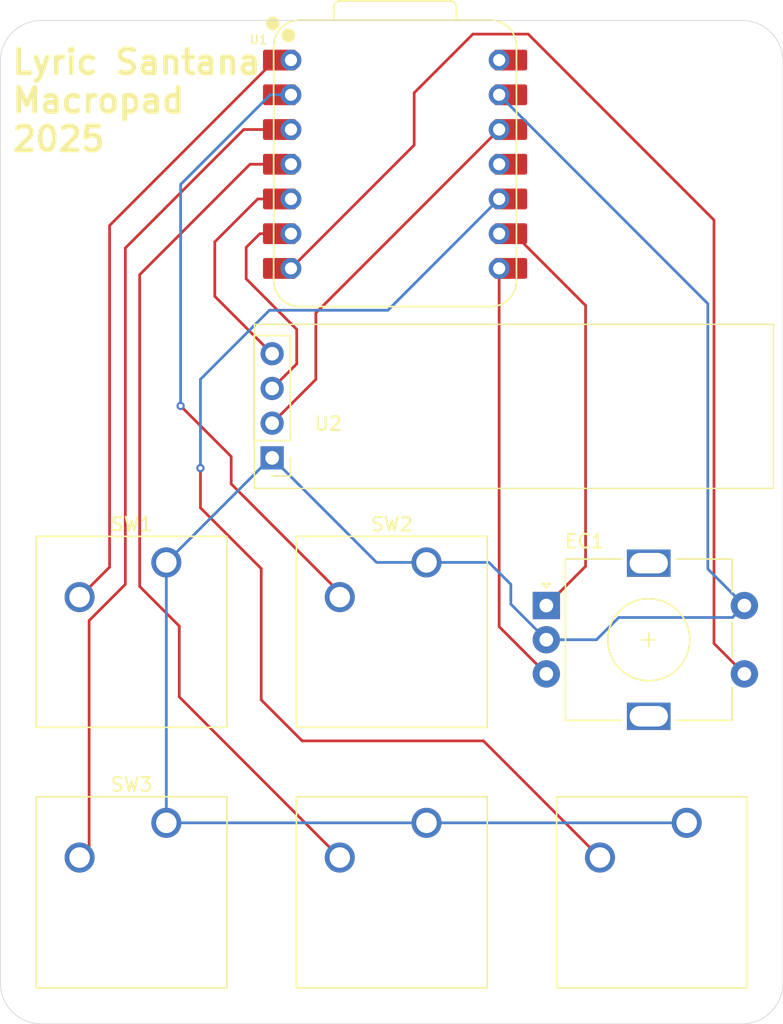
<source format=kicad_pcb>
(kicad_pcb (version 20241229) (generator "pcbnew") (generator_version "9.0")
  (layers (0 "F.Cu" signal) (2 "B.Cu" signal) (13 "F.Paste" user) (15 "B.Paste" user) (5 "F.SilkS" user "F.Silkscreen") (7 "B.SilkS" user "B.Silkscreen") (1 "F.Mask" user) (3 "B.Mask" user) (25 "Edge.Cuts" user))
  (net 0 "")
  (net 1 "GND")
  (net 2 "Net-(U1-GPIO2{slash}SCK)")
  (net 3 "Net-(U1-GPIO1{slash}RX)")
  (net 4 "Net-(U1-GPIO0{slash}TX)")
  (net 5 "+3.3V")
  (net 6 "Net-(U1-GPIO6{slash}SDA)")
  (net 7 "+5V")
  (net 8 "Net-(U1-GPIO7{slash}SCL)")
  (net 10 "Net-(U1-GPIO26{slash}ADC0{slash}A0)")
  (net 11 "Net-(U1-GPIO27{slash}ADC1{slash}A1)")
  (net 12 "Net-(U1-GPIO28{slash}ADC2{slash}A2)")
  (net 13 "Net-(U1-GPIO29{slash}ADC3{slash}A3)")
  (net 14 "Net-(U1-GPIO4{slash}MISO)")
  (footprint "Button_Switch_Keyboard:SW_Cherry_MX_1.00u_PCB" (layer "F.Cu") (at 216.8525 99.695)
    (property "Reference" "SW5" (hide yes))
    (property "Value" "SW_Push")
    (fp_line (start -9.525 -1.905) (end 4.445 -1.905) (stroke (width 0.12)) (layer "F.SilkS"))
    (fp_line (start -9.525 12.065) (end -9.525 -1.905) (stroke (width 0.12)) (layer "F.SilkS"))
    (fp_line (start 4.445 -1.905) (end 4.445 12.065) (stroke (width 0.12)) (layer "F.SilkS"))
    (fp_line (start 4.445 12.065) (end -9.525 12.065) (stroke (width 0.12)) (layer "F.SilkS"))
    (pad "" np_thru_hole circle (at -7.62 5.08) (size 1.7 1.7) (drill 1.7) (layers "*.Cu" "*.Mask"))
    (pad "" np_thru_hole circle (at -2.54 5.08) (size 4 4) (drill 4) (layers "*.Cu" "*.Mask"))
    (pad "" np_thru_hole circle (at 2.54 5.08) (size 1.7 1.7) (drill 1.7) (layers "*.Cu" "*.Mask"))
    (pad "1" thru_hole circle (at 0 0) (size 2.2 2.2) (drill 1.5) (layers "*.Cu" "*.Mask") (net 1 "GND"))
    (pad "2" thru_hole circle (at -6.35 2.54) (size 2.2 2.2) (drill 1.5) (layers "*.Cu" "*.Mask") (net 14 "Net-(U1-GPIO4{slash}MISO)"))
  )
  (footprint "Button_Switch_Keyboard:SW_Cherry_MX_1.00u_PCB" (layer "F.Cu") (at 197.8025 99.695)
    (property "Reference" "SW4" (hide yes))
    (property "Value" "SW_Push")
    (fp_line (start -9.525 -1.905) (end 4.445 -1.905) (stroke (width 0.12)) (layer "F.SilkS"))
    (fp_line (start -9.525 12.065) (end -9.525 -1.905) (stroke (width 0.12)) (layer "F.SilkS"))
    (fp_line (start 4.445 -1.905) (end 4.445 12.065) (stroke (width 0.12)) (layer "F.SilkS"))
    (fp_line (start 4.445 12.065) (end -9.525 12.065) (stroke (width 0.12)) (layer "F.SilkS"))
    (pad "" np_thru_hole circle (at -7.62 5.08) (size 1.7 1.7) (drill 1.7) (layers "*.Cu" "*.Mask"))
    (pad "" np_thru_hole circle (at -2.54 5.08) (size 4 4) (drill 4) (layers "*.Cu" "*.Mask"))
    (pad "" np_thru_hole circle (at 2.54 5.08) (size 1.7 1.7) (drill 1.7) (layers "*.Cu" "*.Mask"))
    (pad "1" thru_hole circle (at 0 0) (size 2.2 2.2) (drill 1.5) (layers "*.Cu" "*.Mask") (net 1 "GND"))
    (pad "2" thru_hole circle (at -6.35 2.54) (size 2.2 2.2) (drill 1.5) (layers "*.Cu" "*.Mask") (net 13 "Net-(U1-GPIO29{slash}ADC3{slash}A3)"))
  )
  (footprint "Button_Switch_Keyboard:SW_Cherry_MX_1.00u_PCB" (layer "F.Cu") (at 178.7525 99.695)
    (property "Reference" "SW3" (at -2.54 -2.794 0) (layer "F.SilkS"))
    (property "Value" "SW_Push")
    (fp_line (start -9.525 -1.905) (end 4.445 -1.905) (stroke (width 0.12)) (layer "F.SilkS"))
    (fp_line (start -9.525 12.065) (end -9.525 -1.905) (stroke (width 0.12)) (layer "F.SilkS"))
    (fp_line (start 4.445 -1.905) (end 4.445 12.065) (stroke (width 0.12)) (layer "F.SilkS"))
    (fp_line (start 4.445 12.065) (end -9.525 12.065) (stroke (width 0.12)) (layer "F.SilkS"))
    (pad "" np_thru_hole circle (at -7.62 5.08) (size 1.7 1.7) (drill 1.7) (layers "*.Cu" "*.Mask"))
    (pad "" np_thru_hole circle (at -2.54 5.08) (size 4 4) (drill 4) (layers "*.Cu" "*.Mask"))
    (pad "" np_thru_hole circle (at 2.54 5.08) (size 1.7 1.7) (drill 1.7) (layers "*.Cu" "*.Mask"))
    (pad "1" thru_hole circle (at 0 0) (size 2.2 2.2) (drill 1.5) (layers "*.Cu" "*.Mask") (net 1 "GND"))
    (pad "2" thru_hole circle (at -6.35 2.54) (size 2.2 2.2) (drill 1.5) (layers "*.Cu" "*.Mask") (net 12 "Net-(U1-GPIO28{slash}ADC2{slash}A2)"))
  )
  (footprint "Button_Switch_Keyboard:SW_Cherry_MX_1.00u_PCB" (layer "F.Cu") (at 178.7525 80.645)
    (property "Reference" "SW1" (at -2.54 -2.794 0) (layer "F.SilkS"))
    (property "Value" "SW_Push")
    (fp_line (start -9.525 -1.905) (end 4.445 -1.905) (stroke (width 0.12)) (layer "F.SilkS"))
    (fp_line (start -9.525 12.065) (end -9.525 -1.905) (stroke (width 0.12)) (layer "F.SilkS"))
    (fp_line (start 4.445 -1.905) (end 4.445 12.065) (stroke (width 0.12)) (layer "F.SilkS"))
    (fp_line (start 4.445 12.065) (end -9.525 12.065) (stroke (width 0.12)) (layer "F.SilkS"))
    (pad "" np_thru_hole circle (at -7.62 5.08) (size 1.7 1.7) (drill 1.7) (layers "*.Cu" "*.Mask"))
    (pad "" np_thru_hole circle (at -2.54 5.08) (size 4 4) (drill 4) (layers "*.Cu" "*.Mask"))
    (pad "" np_thru_hole circle (at 2.54 5.08) (size 1.7 1.7) (drill 1.7) (layers "*.Cu" "*.Mask"))
    (pad "1" thru_hole circle (at 0 0) (size 2.2 2.2) (drill 1.5) (layers "*.Cu" "*.Mask") (net 1 "GND"))
    (pad "2" thru_hole circle (at -6.35 2.54) (size 2.2 2.2) (drill 1.5) (layers "*.Cu" "*.Mask") (net 10 "Net-(U1-GPIO26{slash}ADC0{slash}A0)"))
  )
  (footprint "Display:OLED_DISPLAY" (layer "F.Cu") (at 204.2 69.23)
    (property "Reference" "U2" (at -13.6 1.27 180) (layer "F.SilkS"))
    (property "Value" "~")
    (fp_line (start -19.03 2.5) (end -19.03 -5.18) (stroke (width 0.12)) (layer "F.SilkS"))
    (fp_line (start -16.37 -5.18) (end -19.03 -5.18) (stroke (width 0.12)) (layer "F.SilkS"))
    (fp_line (start -16.37 2.5) (end -19.03 2.5) (stroke (width 0.12)) (layer "F.SilkS"))
    (fp_line (start -16.37 2.5) (end -16.37 -5.18) (stroke (width 0.12)) (layer "F.SilkS"))
    (fp_line (start -16.37 3.77) (end -16.37 5.1) (stroke (width 0.12)) (layer "F.SilkS"))
    (fp_line (start -16.37 5.1) (end -17.7 5.1) (stroke (width 0.12)) (layer "F.SilkS"))
    (fp_rect (start -19 -6) (end 19 6) (stroke (width 0.1)) (fill no) (layer "F.SilkS"))
    (pad "GND" thru_hole rect (at -17.7 3.77 180) (size 1.7 1.7) (drill 1) (layers "*.Cu" "*.Mask") (net 1 "GND"))
    (pad "SCL" thru_hole oval (at -17.7 -1.31 180) (size 1.7 1.7) (drill 1) (layers "*.Cu" "*.Mask") (net 8 "Net-(U1-GPIO7{slash}SCL)"))
    (pad "SDA" thru_hole oval (at -17.7 -3.85 180) (size 1.7 1.7) (drill 1) (layers "*.Cu" "*.Mask") (net 6 "Net-(U1-GPIO6{slash}SDA)"))
    (pad "VCC" thru_hole oval (at -17.7 1.23 180) (size 1.7 1.7) (drill 1) (layers "*.Cu" "*.Mask") (net 5 "+3.3V"))
  )
  (footprint "OPL:XIAO-RP2040-DIP" (layer "F.Cu") (at 195.5 51.5185)
    (property "Reference" "U1" (at -10 -9.1185 0) (layer "F.SilkS") (effects (font (size 0.635 0.635) (thickness 0.1016))))
    (property "Value" "XIAO-RP2040-DIP")
    (fp_line (start -8.89 8.509) (end -8.89 -8.636) (stroke (width 0.127)) (layer "F.SilkS"))
    (fp_line (start -6.985 10.414) (end 6.985 10.414) (stroke (width 0.127)) (layer "F.SilkS"))
    (fp_line (start -4.495 -10.541) (end -4.491272 -11.451272) (stroke (width 0.127)) (layer "F.SilkS"))
    (fp_line (start -3.991272 -11.951) (end 4.004 -11.951) (stroke (width 0.127)) (layer "F.SilkS"))
    (fp_line (start 4.504 -11.451) (end 4.504 -10.541) (stroke (width 0.127)) (layer "F.SilkS"))
    (fp_line (start 6.985 -10.541) (end -6.985 -10.541) (stroke (width 0.1)) (layer "F.SilkS"))
    (fp_line (start 6.985 -10.541) (end -6.985 -10.541) (stroke (width 0.127)) (layer "F.SilkS"))
    (fp_line (start 8.89 8.509) (end 8.89 -8.636) (stroke (width 0.127)) (layer "F.SilkS"))
    (fp_arc (start -8.89 -8.636) (mid -8.332038 -9.983038) (end -6.985 -10.541) (stroke (width 0.127)) (layer "F.SilkS"))
    (fp_arc (start -6.985 10.414) (mid -8.332038 9.856038) (end -8.89 8.509) (stroke (width 0.127)) (layer "F.SilkS"))
    (fp_arc (start -4.491272 -11.451272) (mid -4.344728 -11.80464) (end -3.991272 -11.951) (stroke (width 0.127)) (layer "F.SilkS"))
    (fp_arc (start 4.004 -11.951) (mid 4.357553 -11.804553) (end 4.504 -11.451) (stroke (width 0.127)) (layer "F.SilkS"))
    (fp_arc (start 6.985 -10.541) (mid 8.332038 -9.983038) (end 8.89 -8.636) (stroke (width 0.127)) (layer "F.SilkS"))
    (fp_arc (start 8.89 8.509) (mid 8.332038 9.856038) (end 6.985 10.414) (stroke (width 0.127)) (layer "F.SilkS"))
    (fp_circle (center -8.95 -10.3) (end -8.95 -10.554) (stroke (width 0.5)) (fill yes) (layer "F.SilkS"))
    (fp_circle (center -7.807 -9.42) (end -7.807 -9.674) (stroke (width 0.5)) (fill yes) (layer "F.SilkS"))
    (pad "1" smd roundrect (at -8.455 -7.62 180) (size 2.432 1.524) (layers "F.Cu" "F.Mask") (roundrect_rratio 0.1) (net 10 "Net-(U1-GPIO26{slash}ADC0{slash}A0)"))
    (pad "1" thru_hole circle (at -7.62 -7.62 180) (size 1.524 1.524) (drill 0.889) (layers "*.Cu" "*.Mask") (net 10 "Net-(U1-GPIO26{slash}ADC0{slash}A0)"))
    (pad "2" smd roundrect (at -8.455 -5.08 180) (size 2.432 1.524) (layers "F.Cu" "F.Mask") (roundrect_rratio 0.1) (net 11 "Net-(U1-GPIO27{slash}ADC1{slash}A1)"))
    (pad "2" thru_hole circle (at -7.62 -5.08 180) (size 1.524 1.524) (drill 0.889) (layers "*.Cu" "*.Mask") (net 11 "Net-(U1-GPIO27{slash}ADC1{slash}A1)"))
    (pad "3" smd roundrect (at -8.455 -2.54 180) (size 2.432 1.524) (layers "F.Cu" "F.Mask") (roundrect_rratio 0.1) (net 12 "Net-(U1-GPIO28{slash}ADC2{slash}A2)"))
    (pad "3" thru_hole circle (at -7.62 -2.54 180) (size 1.524 1.524) (drill 0.889) (layers "*.Cu" "*.Mask") (net 12 "Net-(U1-GPIO28{slash}ADC2{slash}A2)"))
    (pad "4" smd roundrect (at -8.455 0 180) (size 2.432 1.524) (layers "F.Cu" "F.Mask") (roundrect_rratio 0.1) (net 13 "Net-(U1-GPIO29{slash}ADC3{slash}A3)"))
    (pad "4" thru_hole circle (at -7.62 0 180) (size 1.524 1.524) (drill 0.889) (layers "*.Cu" "*.Mask") (net 13 "Net-(U1-GPIO29{slash}ADC3{slash}A3)"))
    (pad "5" smd roundrect (at -8.455 2.54 180) (size 2.432 1.524) (layers "F.Cu" "F.Mask") (roundrect_rratio 0.1) (net 6 "Net-(U1-GPIO6{slash}SDA)"))
    (pad "5" thru_hole circle (at -7.62 2.54 180) (size 1.524 1.524) (drill 0.889) (layers "*.Cu" "*.Mask") (net 6 "Net-(U1-GPIO6{slash}SDA)"))
    (pad "6" smd roundrect (at -8.455 5.08 180) (size 2.432 1.524) (layers "F.Cu" "F.Mask") (roundrect_rratio 0.1) (net 8 "Net-(U1-GPIO7{slash}SCL)"))
    (pad "6" thru_hole circle (at -7.62 5.08 180) (size 1.524 1.524) (drill 0.889) (layers "*.Cu" "*.Mask") (net 8 "Net-(U1-GPIO7{slash}SCL)"))
    (pad "7" smd roundrect (at -8.455 7.62 180) (size 2.432 1.524) (layers "F.Cu" "F.Mask") (roundrect_rratio 0.1) (net 4 "Net-(U1-GPIO0{slash}TX)"))
    (pad "7" thru_hole circle (at -7.62 7.62 180) (size 1.524 1.524) (drill 0.889) (layers "*.Cu" "*.Mask") (net 4 "Net-(U1-GPIO0{slash}TX)"))
    (pad "8" thru_hole circle (at 7.62 7.62) (size 1.524 1.524) (drill 0.889) (layers "*.Cu" "*.Mask") (net 3 "Net-(U1-GPIO1{slash}RX)"))
    (pad "8" smd roundrect (at 8.455 7.62) (size 2.432 1.524) (layers "F.Cu" "F.Mask") (roundrect_rratio 0.1) (net 3 "Net-(U1-GPIO1{slash}RX)"))
    (pad "9" thru_hole circle (at 7.62 5.08) (size 1.524 1.524) (drill 0.889) (layers "*.Cu" "*.Mask") (net 2 "Net-(U1-GPIO2{slash}SCK)"))
    (pad "9" smd roundrect (at 8.455 5.08) (size 2.432 1.524) (layers "F.Cu" "F.Mask") (roundrect_rratio 0.1) (net 2 "Net-(U1-GPIO2{slash}SCK)"))
    (pad "10" thru_hole circle (at 7.62 2.54) (size 1.524 1.524) (drill 0.889) (layers "*.Cu" "*.Mask") (net 14 "Net-(U1-GPIO4{slash}MISO)"))
    (pad "10" smd roundrect (at 8.455 2.54) (size 2.432 1.524) (layers "F.Cu" "F.Mask") (roundrect_rratio 0.1) (net 14 "Net-(U1-GPIO4{slash}MISO)"))
    (pad "11" thru_hole circle (at 7.62 0) (size 1.524 1.524) (drill 0.889) (layers "*.Cu" "*.Mask"))
    (pad "11" smd roundrect (at 8.455 0) (size 2.432 1.524) (layers "F.Cu" "F.Mask") (roundrect_rratio 0.1))
    (pad "12" thru_hole circle (at 7.62 -2.54) (size 1.524 1.524) (drill 0.889) (layers "*.Cu" "*.Mask") (net 5 "+3.3V"))
    (pad "12" smd roundrect (at 8.455 -2.54) (size 2.432 1.524) (layers "F.Cu" "F.Mask") (roundrect_rratio 0.1) (net 5 "+3.3V"))
    (pad "13" thru_hole circle (at 7.62 -5.08) (size 1.524 1.524) (drill 0.889) (layers "*.Cu" "*.Mask") (net 1 "GND"))
    (pad "13" smd roundrect (at 8.455 -5.08) (size 2.432 1.524) (layers "F.Cu" "F.Mask") (roundrect_rratio 0.1) (net 1 "GND"))
    (pad "14" thru_hole circle (at 7.62 -7.62) (size 1.524 1.524) (drill 0.889) (layers "*.Cu" "*.Mask") (net 7 "+5V"))
    (pad "14" smd roundrect (at 8.455 -7.62) (size 2.432 1.524) (layers "F.Cu" "F.Mask") (roundrect_rratio 0.1) (net 7 "+5V"))
  )
  (footprint "EC11:RotaryEncoder_Alps_EC11E-Switch_Vertical_H20mm" (layer "F.Cu") (at 206.575 83.8)
    (property "Reference" "EC1" (at 2.8 -4.7 0) (layer "F.SilkS"))
    (property "Value" "~")
    (fp_line (start -0.3 -1.6) (end 0.3 -1.6) (stroke (width 0.12)) (layer "F.SilkS"))
    (fp_line (start 0 -1.3) (end -0.3 -1.6) (stroke (width 0.12)) (layer "F.SilkS"))
    (fp_line (start 0.3 -1.6) (end 0 -1.3) (stroke (width 0.12)) (layer "F.SilkS"))
    (fp_line (start 1.4 -3.4) (end 1.4 8.4) (stroke (width 0.12)) (layer "F.SilkS"))
    (fp_line (start 5.5 -3.4) (end 1.4 -3.4) (stroke (width 0.12)) (layer "F.SilkS"))
    (fp_line (start 5.5 8.4) (end 1.4 8.4) (stroke (width 0.12)) (layer "F.SilkS"))
    (fp_line (start 7 2.5) (end 8 2.5) (stroke (width 0.12)) (layer "F.SilkS"))
    (fp_line (start 7.5 2) (end 7.5 3) (stroke (width 0.12)) (layer "F.SilkS"))
    (fp_line (start 9.5 -3.4) (end 13.6 -3.4) (stroke (width 0.12)) (layer "F.SilkS"))
    (fp_line (start 13.6 -3.4) (end 13.6 -1) (stroke (width 0.12)) (layer "F.SilkS"))
    (fp_line (start 13.6 1.2) (end 13.6 3.8) (stroke (width 0.12)) (layer "F.SilkS"))
    (fp_line (start 13.6 6) (end 13.6 8.4) (stroke (width 0.12)) (layer "F.SilkS"))
    (fp_line (start 13.6 8.4) (end 9.5 8.4) (stroke (width 0.12)) (layer "F.SilkS"))
    (fp_circle (center 7.5 2.5) (end 10.5 2.5) (stroke (width 0.12)) (fill no) (layer "F.SilkS"))
    (pad "A" thru_hole rect (at 0 0) (size 2 2) (drill 1) (layers "*.Cu" "*.Mask") (net 2 "Net-(U1-GPIO2{slash}SCK)"))
    (pad "B" thru_hole circle (at 0 5) (size 2 2) (drill 1) (layers "*.Cu" "*.Mask") (net 3 "Net-(U1-GPIO1{slash}RX)"))
    (pad "C" thru_hole circle (at 0 2.5) (size 2 2) (drill 1) (layers "*.Cu" "*.Mask") (net 1 "GND"))
    (pad "MP" thru_hole rect (at 7.5 -3.1) (size 3.2 2) (drill oval 2.8 1.5) (layers "*.Cu" "*.Mask"))
    (pad "MP" thru_hole rect (at 7.5 8.1) (size 3.2 2) (drill oval 2.8 1.5) (layers "*.Cu" "*.Mask"))
    (pad "S1" thru_hole circle (at 14.5 5) (size 2 2) (drill 1) (layers "*.Cu" "*.Mask") (net 4 "Net-(U1-GPIO0{slash}TX)"))
    (pad "S2" thru_hole circle (at 14.5 0) (size 2 2) (drill 1) (layers "*.Cu" "*.Mask") (net 1 "GND"))
  )
  (footprint "Button_Switch_Keyboard:SW_Cherry_MX_1.00u_PCB" (layer "F.Cu") (at 197.8025 80.645)
    (property "Reference" "SW2" (at -2.54 -2.794 0) (layer "F.SilkS"))
    (property "Value" "SW_Push")
    (fp_line (start -9.525 -1.905) (end 4.445 -1.905) (stroke (width 0.12)) (layer "F.SilkS"))
    (fp_line (start -9.525 12.065) (end -9.525 -1.905) (stroke (width 0.12)) (layer "F.SilkS"))
    (fp_line (start 4.445 -1.905) (end 4.445 12.065) (stroke (width 0.12)) (layer "F.SilkS"))
    (fp_line (start 4.445 12.065) (end -9.525 12.065) (stroke (width 0.12)) (layer "F.SilkS"))
    (pad "" np_thru_hole circle (at -7.62 5.08) (size 1.7 1.7) (drill 1.7) (layers "*.Cu" "*.Mask"))
    (pad "" np_thru_hole circle (at -2.54 5.08) (size 4 4) (drill 4) (layers "*.Cu" "*.Mask"))
    (pad "" np_thru_hole circle (at 2.54 5.08) (size 1.7 1.7) (drill 1.7) (layers "*.Cu" "*.Mask"))
    (pad "1" thru_hole circle (at 0 0) (size 2.2 2.2) (drill 1.5) (layers "*.Cu" "*.Mask") (net 1 "GND"))
    (pad "2" thru_hole circle (at -6.35 2.54) (size 2.2 2.2) (drill 1.5) (layers "*.Cu" "*.Mask") (net 11 "Net-(U1-GPIO27{slash}ADC1{slash}A1)"))
  )
  (gr_arc (start 166.6 44) (mid 167.47868 41.87868) (end 169.6 41) (stroke (width 0.05)) (layer "Edge.Cuts"))
  (gr_arc (start 220.9 41) (mid 223.02132 41.87868) (end 223.9 44) (stroke (width 0.05)) (layer "Edge.Cuts"))
  (gr_line (start 223.9 44) (end 223.9 111.4) (stroke (width 0.05)) (layer "Edge.Cuts"))
  (gr_line (start 220.9 114.4) (end 169.6 114.4) (stroke (width 0.05)) (layer "Edge.Cuts"))
  (gr_line (start 169.6 41) (end 220.9 41) (stroke (width 0.05)) (layer "Edge.Cuts"))
  (gr_arc (start 223.9 111.4) (mid 223.02132 113.52132) (end 220.9 114.4) (stroke (width 0.05)) (layer "Edge.Cuts"))
  (gr_line (start 166.6 111.4) (end 166.6 44) (stroke (width 0.05)) (layer "Edge.Cuts"))
  (gr_arc (start 169.6 114.4) (mid 167.47868 113.52132) (end 166.6 111.4) (stroke (width 0.05)) (layer "Edge.Cuts"))
  (gr_text "Lyric Santana\nMacropad\n2025\n" (at 167.3 50.7 0) (layer "F.SilkS") (effects (font (size 1.75 1.75) (thickness 0.35) (bold yes)) (justify left bottom)))
  (segment (start 206.575 86.3) (end 203.975 83.7) (width 0.2) (layer "B.Cu") (net 1))
  (segment (start 197.8025 80.645) (end 194.145 80.645) (width 0.2) (layer "B.Cu") (net 1))
  (segment (start 206.575 86.3) (end 210.25 86.3) (width 0.2) (layer "B.Cu") (net 1))
  (segment (start 218.4 61.7185) (end 218.4 81.125) (width 0.2) (layer "B.Cu") (net 1))
  (segment (start 194.145 80.645) (end 186.5 73) (width 0.2) (layer "B.Cu") (net 1))
  (segment (start 178.7525 80.645) (end 186.3975 73) (width 0.2) (layer "B.Cu") (net 1))
  (segment (start 186.3975 73) (end 186.5 73) (width 0.2) (layer "B.Cu") (net 1))
  (segment (start 203.975 82.25) (end 202.37 80.645) (width 0.2) (layer "B.Cu") (net 1))
  (segment (start 178.7525 99.695) (end 178.7525 80.645) (width 0.2) (layer "B.Cu") (net 1))
  (segment (start 218.4 81.125) (end 221.075 83.8) (width 0.2) (layer "B.Cu") (net 1))
  (segment (start 220.2 84.675) (end 221.075 83.8) (width 0.2) (layer "B.Cu") (net 1))
  (segment (start 203.975 83.7) (end 203.975 82.25) (width 0.2) (layer "B.Cu") (net 1))
  (segment (start 202.37 80.645) (end 197.8025 80.645) (width 0.2) (layer "B.Cu") (net 1))
  (segment (start 210.25 86.3) (end 211.875 84.675) (width 0.2) (layer "B.Cu") (net 1))
  (segment (start 197.8025 99.695) (end 178.7525 99.695) (width 0.2) (layer "B.Cu") (net 1))
  (segment (start 211.875 84.675) (end 220.2 84.675) (width 0.2) (layer "B.Cu") (net 1))
  (segment (start 203.12 46.4385) (end 218.4 61.7185) (width 0.2) (layer "B.Cu") (net 1))
  (segment (start 216.8525 99.695) (end 197.8025 99.695) (width 0.2) (layer "B.Cu") (net 1))
  (segment (start 206.575 83.8) (end 209.45 80.925) (width 0.2) (layer "F.Cu") (net 2))
  (segment (start 204.19763 56.5985) (end 203.12 56.5985) (width 0.2) (layer "F.Cu") (net 2))
  (segment (start 209.45 80.925) (end 209.45 61.85087) (width 0.2) (layer "F.Cu") (net 2))
  (segment (start 209.45 61.85087) (end 204.19763 56.5985) (width 0.2) (layer "F.Cu") (net 2))
  (segment (start 203.12 85.345) (end 206.575 88.8) (width 0.2) (layer "F.Cu") (net 3))
  (segment (start 203.12 59.1385) (end 203.12 85.345) (width 0.2) (layer "F.Cu") (net 3))
  (segment (start 205.25 42) (end 218.85 55.6) (width 0.2) (layer "F.Cu") (net 4))
  (segment (start 196.9 50.1185) (end 196.9 46.3) (width 0.2) (layer "F.Cu") (net 4))
  (segment (start 218.85 86.575) (end 221.075 88.8) (width 0.2) (layer "F.Cu") (net 4))
  (segment (start 201.2 42) (end 205.25 42) (width 0.2) (layer "F.Cu") (net 4))
  (segment (start 187.88 59.1385) (end 196.9 50.1185) (width 0.2) (layer "F.Cu") (net 4))
  (segment (start 218.85 55.6) (end 218.85 86.575) (width 0.2) (layer "F.Cu") (net 4))
  (segment (start 196.9 46.3) (end 201.2 42) (width 0.2) (layer "F.Cu") (net 4))
  (segment (start 186.5 70.46) (end 189.7 67.26) (width 0.2) (layer "F.Cu") (net 5))
  (segment (start 189.7 62.3985) (end 203.12 48.9785) (width 0.2) (layer "F.Cu") (net 5))
  (segment (start 189.7 67.26) (end 189.7 62.3985) (width 0.2) (layer "F.Cu") (net 5))
  (segment (start 182.3 57.2) (end 185.4415 54.0585) (width 0.2) (layer "F.Cu") (net 6))
  (segment (start 186.5 65.38) (end 182.3 61.18) (width 0.2) (layer "F.Cu") (net 6))
  (segment (start 182.3 61.18) (end 182.3 57.2) (width 0.2) (layer "F.Cu") (net 6))
  (segment (start 185.4415 54.0585) (end 187.045 54.0585) (width 0.2) (layer "F.Cu") (net 6))
  (segment (start 188.3 63.6) (end 184.6 59.9) (width 0.2) (layer "F.Cu") (net 8))
  (segment (start 188.3 66.12) (end 188.3 63.6) (width 0.2) (layer "F.Cu") (net 8))
  (segment (start 184.6 57.6) (end 185.6015 56.5985) (width 0.2) (layer "F.Cu") (net 8))
  (segment (start 184.6 59.9) (end 184.6 57.6) (width 0.2) (layer "F.Cu") (net 8))
  (segment (start 185.6015 56.5985) (end 187.045 56.5985) (width 0.2) (layer "F.Cu") (net 8))
  (segment (start 186.5 67.92) (end 188.3 66.12) (width 0.2) (layer "F.Cu") (net 8))
  (segment (start 187.045 43.8985) (end 186.7015 43.8985) (width 0.2) (layer "F.Cu") (net 10))
  (segment (start 186.7015 43.8985) (end 174.6 56) (width 0.2) (layer "F.Cu") (net 10))
  (segment (start 174.6 56) (end 174.6 80.9875) (width 0.2) (layer "F.Cu") (net 10))
  (segment (start 174.6 80.9875) (end 172.4025 83.185) (width 0.2) (layer "F.Cu") (net 10))
  (segment (start 183.5 72.9) (end 179.8 69.2) (width 0.2) (layer "F.Cu") (net 11))
  (segment (start 183.5 74.9) (end 183.5 72.9) (width 0.2) (layer "F.Cu") (net 11))
  (segment (start 191.4525 82.8525) (end 183.5 74.9) (width 0.2) (layer "F.Cu") (net 11))
  (segment (start 191.4525 83.185) (end 191.4525 82.8525) (width 0.2) (layer "F.Cu") (net 11))
  (via (at 179.8 69.2) (size 0.6) (drill 0.3) (layers "F.Cu" "B.Cu") (net 11))
  (segment (start 186.3615 46.4385) (end 187.88 46.4385) (width 0.2) (layer "B.Cu") (net 11))
  (segment (start 179.8 53) (end 186.3615 46.4385) (width 0.2) (layer "B.Cu") (net 11))
  (segment (start 179.8 69.2) (end 179.8 53) (width 0.2) (layer "B.Cu") (net 11))
  (segment (start 175.75 57.65) (end 184.4215 48.9785) (width 0.2) (layer "F.Cu") (net 12))
  (segment (start 173.1 101.5375) (end 173.1 84.9) (width 0.2) (layer "F.Cu") (net 12))
  (segment (start 184.4215 48.9785) (end 187.045 48.9785) (width 0.2) (layer "F.Cu") (net 12))
  (segment (start 172.4025 102.235) (end 173.1 101.5375) (width 0.2) (layer "F.Cu") (net 12))
  (segment (start 175.75 82.25) (end 175.75 57.65) (width 0.2) (layer "F.Cu") (net 12))
  (segment (start 173.1 84.9) (end 175.75 82.25) (width 0.2) (layer "F.Cu") (net 12))
  (segment (start 176.8 82.4) (end 176.8 59.6) (width 0.2) (layer "F.Cu") (net 13))
  (segment (start 191.4525 102.235) (end 179.7 90.4825) (width 0.2) (layer "F.Cu") (net 13))
  (segment (start 184.8815 51.5185) (end 187.045 51.5185) (width 0.2) (layer "F.Cu") (net 13))
  (segment (start 176.8 59.6) (end 184.8815 51.5185) (width 0.2) (layer "F.Cu") (net 13))
  (segment (start 179.7 85.3) (end 176.8 82.4) (width 0.2) (layer "F.Cu") (net 13))
  (segment (start 179.7 90.4825) (end 179.7 85.3) (width 0.2) (layer "F.Cu") (net 13))
  (segment (start 188.7 93.7) (end 185.7 90.7) (width 0.2) (layer "F.Cu") (net 14))
  (segment (start 201.9675 93.7) (end 188.7 93.7) (width 0.2) (layer "F.Cu") (net 14))
  (segment (start 185.7 81.1) (end 181.25 76.65) (width 0.2) (layer "F.Cu") (net 14))
  (segment (start 181.25 76.65) (end 181.25 73.75) (width 0.2) (layer "F.Cu") (net 14))
  (segment (start 185.7 90.7) (end 185.7 81.1) (width 0.2) (layer "F.Cu") (net 14))
  (segment (start 210.5025 102.235) (end 201.9675 93.7) (width 0.2) (layer "F.Cu") (net 14))
  (via (at 181.25 73.75) (size 0.6) (drill 0.3) (layers "F.Cu" "B.Cu") (net 14))
  (segment (start 186.3 62.2) (end 194.9785 62.2) (width 0.2) (layer "B.Cu") (net 14))
  (segment (start 181.25 67.25) (end 186.3 62.2) (width 0.2) (layer "B.Cu") (net 14))
  (segment (start 194.9785 62.2) (end 203.12 54.0585) (width 0.2) (layer "B.Cu") (net 14))
  (segment (start 181.25 73.75) (end 181.25 67.25) (width 0.2) (layer "B.Cu") (net 14))
)
</source>
